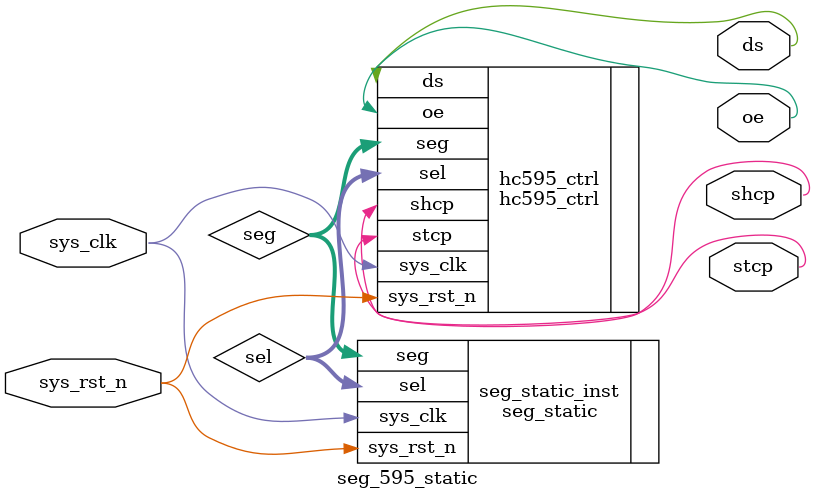
<source format=v>
module  seg_595_static
(

    input   wire            sys_clk     ,        
    input   wire            sys_rst_n   ,        
     
    output  wire            ds          ,
    output  wire            shcp        ,
    output  wire            stcp        ,
    output  wire            oe          
);

wire     [5:0]   sel;
wire     [7:0]   seg;      
   
seg_static  seg_static_inst
(

    .sys_clk     (sys_clk  ),        
    .sys_rst_n   (sys_rst_n),        
  
    .seg         (seg      ),    
    .sel         (sel      )    

);

hc595_ctrl hc595_ctrl
(

    .sys_clk     (sys_clk  ),
    .sys_rst_n   (sys_rst_n),
    .seg         (seg      ),
    .sel         (sel      ),

    .ds          (ds       ),
    .shcp        (shcp     ),
    .stcp        (stcp     ),
    .oe          (oe       )

);



endmodule
</source>
